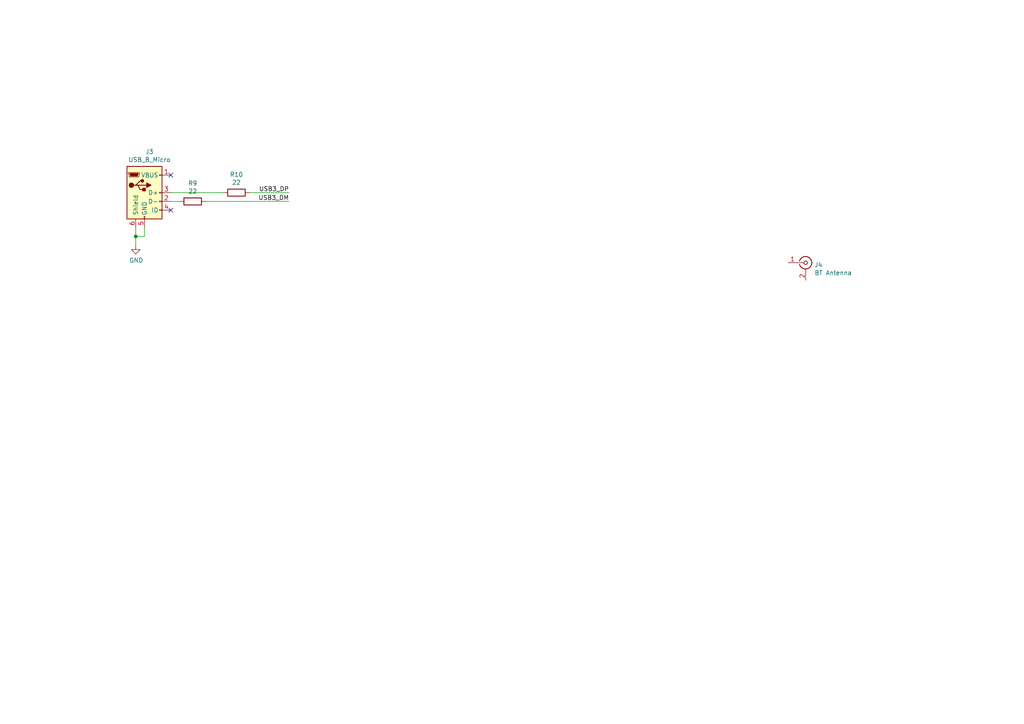
<source format=kicad_sch>
(kicad_sch (version 20201015) (generator eeschema)
  (page 1 7)
  (paper "A4")
  (lib_symbols
    (symbol "Connector:Conn_Coaxial" (pin_names (offset 1.016) hide)
      (property "Reference" "J" (at 0.254 3.048 0))
      (property "Value" "Conn_Coaxial" (at 2.921 0 90))
      (symbol "Conn_Coaxial_0_1"
        (arc (start -1.778 0.508) (end 1.778 0) (radius (at -0.0508 0) (length 1.8034) (angles 163.6 0)) (stroke (width 0.254)))
        (arc (start 1.778 0) (end -1.778 -0.508) (radius (at -0.0254 0) (length 1.8034) (angles 0 -163.8)) (stroke (width 0.254)))
        (circle (center 0 0) (radius 0.508) (stroke (width 0.2032)))
        (polyline (pts (xy -2.54 0) (xy -0.508 0)))
        (polyline (pts (xy 0 -2.54) (xy 0 -1.778)))
      )
      (symbol "Conn_Coaxial_1_1"
        (pin passive line (at -5.08 0 0) (length 2.54) (name "In") (number "1"))
        (pin passive line (at 0 -5.08 90) (length 2.54) (name "Ext") (number "2"))
      )
    )
    (symbol "Connector:USB_B_Micro" (pin_names (offset 1.016))
      (property "Reference" "J" (at -5.08 11.43 0))
      (property "Value" "USB_B_Micro" (at -5.08 8.89 0))
      (symbol "USB_B_Micro_0_1"
        (circle (center -3.81 2.159) (radius 0.635) (stroke (width 0.254)) (fill (type outline)))
        (circle (center -0.635 3.429) (radius 0.381) (stroke (width 0.254)) (fill (type outline)))
        (rectangle (start -5.08 -7.62) (end 5.08 7.62) (stroke (width 0.254)) (fill (type background)))
        (rectangle (start -0.127 -7.62) (end 0.127 -6.858))
        (rectangle (start 0.254 1.27) (end -0.508 0.508) (stroke (width 0.254)) (fill (type outline)))
        (rectangle (start 5.08 -5.207) (end 4.318 -4.953))
        (rectangle (start 5.08 -2.667) (end 4.318 -2.413))
        (rectangle (start 5.08 -0.127) (end 4.318 0.127))
        (rectangle (start 5.08 4.953) (end 4.318 5.207))
        (polyline (pts (xy -1.905 2.159) (xy 0.635 2.159)) (stroke (width 0.254)))
        (polyline (pts (xy -3.175 2.159) (xy -2.54 2.159) (xy -1.27 3.429) (xy -0.635 3.429)) (stroke (width 0.254)))
        (polyline (pts (xy -2.54 2.159) (xy -1.905 2.159) (xy -1.27 0.889) (xy 0 0.889)) (stroke (width 0.254)))
        (polyline (pts (xy 0.635 2.794) (xy 0.635 1.524) (xy 1.905 2.159) (xy 0.635 2.794)) (stroke (width 0.254)) (fill (type outline)))
        (polyline (pts (xy -4.318 5.588) (xy -1.778 5.588) (xy -2.032 4.826) (xy -4.064 4.826) (xy -4.318 5.588)) (fill (type outline)))
        (polyline (pts (xy -4.699 5.842) (xy -4.699 5.588) (xy -4.445 4.826) (xy -4.445 4.572) (xy -1.651 4.572) (xy -1.651 4.826) (xy -1.397 5.588) (xy -1.397 5.842) (xy -4.699 5.842)))
      )
      (symbol "USB_B_Micro_1_1"
        (pin power_out line (at 7.62 5.08 180) (length 2.54) (name "VBUS") (number "1"))
        (pin bidirectional line (at 7.62 -2.54 180) (length 2.54) (name "D-") (number "2"))
        (pin bidirectional line (at 7.62 0 180) (length 2.54) (name "D+") (number "3"))
        (pin passive line (at 7.62 -5.08 180) (length 2.54) (name "ID") (number "4"))
        (pin power_out line (at 0 -10.16 90) (length 2.54) (name "GND") (number "5"))
        (pin passive line (at -2.54 -10.16 90) (length 2.54) (name "Shield") (number "6"))
      )
    )
    (symbol "Device:R" (pin_numbers hide) (pin_names (offset 0))
      (property "Reference" "R" (at 2.032 0 90))
      (property "Value" "R" (at 0 0 90))
      (symbol "R_0_1"
        (rectangle (start -1.016 -2.54) (end 1.016 2.54) (stroke (width 0.254)))
      )
      (symbol "R_1_1"
        (pin passive line (at 0 3.81 270) (length 1.27) (name "~") (number "1"))
        (pin passive line (at 0 -3.81 90) (length 1.27) (name "~") (number "2"))
      )
    )
    (symbol "power:GND" (power) (pin_names (offset 0))
      (property "Value" "GND" (at 0 -3.81 0))
      (symbol "GND_0_1"
        (polyline (pts (xy 0 0) (xy 0 -1.27) (xy 1.27 -1.27) (xy 0 -2.54) (xy -1.27 -1.27) (xy 0 -1.27)))
      )
      (symbol "GND_1_1"
        (pin power_in line (at 0 0 270) (length 0) hide (name "GND") (number "1"))
      )
    )
  )
  (junction (at 39.37 68.58) (diameter 0.9144))
  (no_connect (at 49.53 60.96))
  (no_connect (at 49.53 50.8))
  (wire (pts (xy 39.37 66.04) (xy 39.37 68.58)))
  (wire (pts (xy 39.37 68.58) (xy 39.37 71.12)))
  (wire (pts (xy 41.91 66.04) (xy 41.91 68.58)))
  (wire (pts (xy 41.91 68.58) (xy 39.37 68.58)))
  (wire (pts (xy 49.53 58.42) (xy 52.07 58.42)))
  (wire (pts (xy 59.69 58.42) (xy 83.82 58.42)))
  (wire (pts (xy 64.77 55.88) (xy 49.53 55.88)))
  (wire (pts (xy 72.39 55.88) (xy 83.82 55.88)))
  (label "USB3_DP" (at 83.82 55.88 180))
  (label "USB3_DM" (at 83.82 58.42 180))
  (symbol (lib_id "power:GND") (at 39.37 71.12 0)
    (property "Reference" "#PWR0107" (effects hide))
    (property "Value" "GND" (at 39.497 75.5142 0))
  )
  (symbol (lib_id "Device:R") (at 55.88 58.42 270)
    (property "Reference" "R9" (at 55.88 53.1622 90))
    (property "Value" "22" (at 55.88 55.4736 90))
    (property "Footprint" "Resistor_SMD:R_0603_1608Metric" (effects hide))
  )
  (symbol (lib_id "Device:R") (at 68.58 55.88 270)
    (property "Reference" "R10" (at 68.58 50.6222 90))
    (property "Value" "22" (at 68.58 52.9336 90))
    (property "Footprint" "Resistor_SMD:R_0603_1608Metric" (effects hide))
  )
  (symbol (lib_id "Connector:Conn_Coaxial") (at 233.68 76.2 0) (unit 1)
    (property "Reference" "J4" (at 236.22 76.835 0) (effects (justify left)))
    (property "Value" "BT Antenna" (at 236.22 79.1464 0) (effects (justify left)))
    (property "Datasheet" " ~" (effects hide))
  )
  (symbol (lib_id "Connector:USB_B_Micro") (at 41.91 55.88 0)
    (property "Reference" "J3" (at 43.3578 44.0182 0))
    (property "Value" "USB_B_Micro" (at 43.3578 46.3296 0))
    (property "Footprint" "Connector_USB:USB_Micro-B_Amphenol_10104110_Horizontal" (effects hide))
  )
)
</source>
